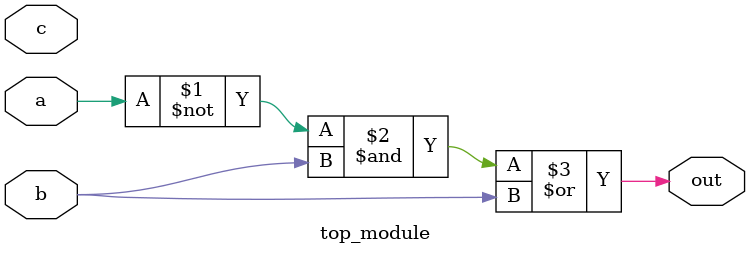
<source format=sv>
module top_module(
    input a,
    input b,
    input c,
    output out
);

assign out = (~a & b) | b;

endmodule

</source>
